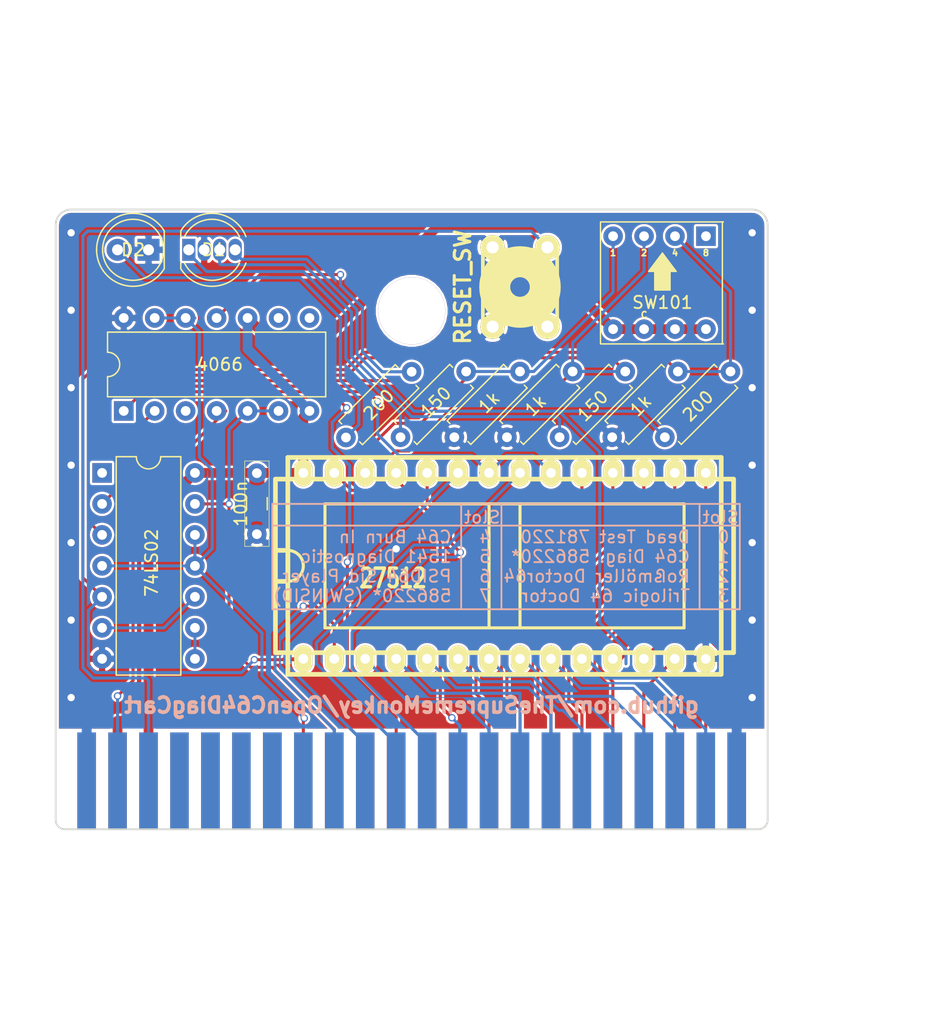
<source format=kicad_pcb>
(kicad_pcb (version 20171130) (host pcbnew "(5.1.10)-1")
  (title_block (title "OpenC64Cart: C64 8K Lo/Hi-Rom Cartridge") (date 2018-01-04) (rev 2) (company SukkoPera))
  (layers (0 F.Cu signal) (31 B.Cu signal) (36 B.SilkS user) (37 F.SilkS user) (38 B.Mask user) (39 F.Mask user) (44 Edge.Cuts user))
  (net 0 "")
  (net 1 GND)
  (net 2 +5V)
  (net 3 "Net-(U1-Pad21)")
  (net 4 "Net-(U1-Pad20)")
  (net 5 "Net-(U1-Pad19)")
  (net 6 "Net-(U1-Pad18)")
  (net 7 "Net-(U1-Pad17)")
  (net 8 "Net-(U1-Pad16)")
  (net 9 "Net-(U1-Pad15)")
  (net 10 "Net-(U1-Pad14)")
  (net 11 "Net-(U1-PadK)")
  (net 12 "Net-(U1-PadL)")
  (net 13 "Net-(U1-PadM)")
  (net 14 "Net-(U1-PadU)")
  (net 15 "Net-(U1-PadV)")
  (net 16 "Net-(U1-PadW)")
  (net 17 "Net-(U1-PadX)")
  (net 18 "Net-(U1-PadY)")
  (net 19 "Net-(U1-PadR)")
  (net 20 "Net-(U1-PadS)")
  (net 21 "Net-(U1-PadT)")
  (net 22 "Net-(U1-PadP)")
  (net 23 "Net-(U1-PadN)")
  (net 24 "Net-(SW1-Pad3)")
  (net 25 /A13)
  (net 26 /A14)
  (net 27 /A15)
  (net 28 "Net-(U1-Pad8)")
  (net 29 "Net-(U1-Pad9)")
  (net 30 "Net-(U1-Pad11)")
  (net 31 "Net-(U102-Pad2)")
  (net 32 "Net-(U101-Pad10)")
  (net 33 "Net-(U1-PadB)")
  (net 34 "Net-(U101-Pad8)")
  (net 35 "Net-(D1-Pad4)")
  (net 36 "Net-(D1-Pad3)")
  (net 37 "Net-(D1-Pad1)")
  (net 38 "Net-(R7-Pad1)")
  (net 39 "Net-(D2-Pad2)")
  (net 40 "Net-(J99-Pad1)")
  (net 41 "Net-(U1-PadE)")
  (net 42 "Net-(U1-PadD)")
  (net 43 "Net-(U1-PadJ)")
  (net 44 "Net-(U1-PadH)")
  (net 45 "Net-(U1-PadF)")
  (net 46 "Net-(U1-Pad12)")
  (net 47 "Net-(U1-Pad13)")
  (net 48 "Net-(U1-Pad10)")
  (net 49 "Net-(U1-Pad7)")
  (net 50 "Net-(U1-Pad6)")
  (net 51 "Net-(U1-Pad5)")
  (net 52 "Net-(U1-Pad4)")
  (net 53 "Net-(U101-Pad1)")
  (net 54 "Net-(U102-Pad3)")
  (net 55 "Net-(U102-Pad9)")
  (net 56 "Net-(U102-Pad8)")
  (net 57 "Net-(SW101-Pad8)")
  (module OpenC64Cart:SW_DIP4-ROTARY-BCD-8or10 (layer F.Cu) (at 104.394 79.756)
    (fp_text reference SW101 (at 5.08 6.604) (layer F.SilkS))
    (fp_text value SW_Coded_SH-7010)
    (fp_text user C (at 3.574 7.62) (layer F.SilkS) (effects (font (size 0.5 0.5) (thickness 0.125))))
    (fp_text user 8 (at 8.654 2.54) (layer F.SilkS) (effects (font (size 0.5 0.5) (thickness 0.125))))
    (fp_text user 4 (at 6.114 2.54) (layer F.SilkS) (effects (font (size 0.5 0.5) (thickness 0.125))))
    (fp_text user 2 (at 3.574 2.54) (layer F.SilkS) (effects (font (size 0.5 0.5) (thickness 0.125))))
    (fp_text user 1 (at 1.034 2.54) (layer F.SilkS) (effects (font (size 0.5 0.5) (thickness 0.125))))
    (pad C thru_hole oval (at 8.654 8.79 270) (size 1.6 1.6) (drill 0.8) (layers *.Cu *.Mask) (net 2 +5V))
    (pad 1 thru_hole oval (at 1.034 1.17 270) (size 1.6 1.6) (drill 0.8) (layers *.Cu *.Mask) (net 25 /A13))
    (pad C thru_hole oval (at 6.114 8.79 270) (size 1.6 1.6) (drill 0.8) (layers *.Cu *.Mask) (net 2 +5V))
    (pad 2 thru_hole oval (at 3.574 1.17 270) (size 1.6 1.6) (drill 0.8) (layers *.Cu *.Mask) (net 26 /A14))
    (pad C thru_hole oval (at 3.574 8.79 270) (size 1.6 1.6) (drill 0.8) (layers *.Cu *.Mask) (net 2 +5V))
    (pad 4 thru_hole oval (at 6.114 1.17 270) (size 1.6 1.6) (drill 0.8) (layers *.Cu *.Mask) (net 27 /A15))
    (pad C thru_hole oval (at 1.034 8.79 270) (size 1.6 1.6) (drill 0.8) (layers *.Cu *.Mask) (net 2 +5V))
    (pad 8 thru_hole rect (at 8.654 1.17 270) (size 1.6 1.6) (drill 0.8) (layers *.Cu *.Mask) (net 57 "Net-(SW101-Pad8)"))
  )
  (module Package_DIP:DIP-14_W7.62mm (layer F.Cu) (at 65.278 95.25 90)
    (fp_text reference U102 hide)
    (fp_text value 4066 (at 3.81 7.874 180) (layer F.SilkS))
    (pad 14 thru_hole oval (at 7.62 0 90) (size 1.6 1.6) (drill 0.8) (layers *.Cu *.Mask) (net 1 GND))
    (pad 7 thru_hole oval (at 0 15.24 90) (size 1.6 1.6) (drill 0.8) (layers *.Cu *.Mask) (net 2 +5V))
    (pad 13 thru_hole oval (at 7.62 2.54 90) (size 1.6 1.6) (drill 0.8) (layers *.Cu *.Mask) (net 28 "Net-(U1-Pad8)"))
    (pad 6 thru_hole oval (at 0 12.7 90) (size 1.6 1.6) (drill 0.8) (layers *.Cu *.Mask) (net 29 "Net-(U1-Pad9)"))
    (pad 12 thru_hole oval (at 7.62 5.08 90) (size 1.6 1.6) (drill 0.8) (layers *.Cu *.Mask) (net 28 "Net-(U1-Pad8)"))
    (pad 5 thru_hole oval (at 0 10.16 90) (size 1.6 1.6) (drill 0.8) (layers *.Cu *.Mask) (net 29 "Net-(U1-Pad9)"))
    (pad 11 thru_hole oval (at 7.62 7.62 90) (size 1.6 1.6) (drill 0.8) (layers *.Cu *.Mask) (net 38 "Net-(R7-Pad1)"))
    (pad 4 thru_hole oval (at 0 7.62 90) (size 1.6 1.6) (drill 0.8) (layers *.Cu *.Mask) (net 33 "Net-(U1-PadB)"))
    (pad 10 thru_hole oval (at 7.62 10.16 90) (size 1.6 1.6) (drill 0.8) (layers *.Cu *.Mask) (net 2 +5V))
    (pad 3 thru_hole oval (at 0 5.08 90) (size 1.6 1.6) (drill 0.8) (layers *.Cu *.Mask) (net 54 "Net-(U102-Pad3)"))
    (pad 9 thru_hole oval (at 7.62 12.7 90) (size 1.6 1.6) (drill 0.8) (layers *.Cu *.Mask) (net 55 "Net-(U102-Pad9)"))
    (pad 2 thru_hole oval (at 0 2.54 90) (size 1.6 1.6) (drill 0.8) (layers *.Cu *.Mask) (net 31 "Net-(U102-Pad2)"))
    (pad 8 thru_hole oval (at 7.62 15.24 90) (size 1.6 1.6) (drill 0.8) (layers *.Cu *.Mask) (net 56 "Net-(U102-Pad8)"))
    (pad 1 thru_hole rect (at 0 0 90) (size 1.6 1.6) (drill 0.8) (layers *.Cu *.Mask) (net 30 "Net-(U1-Pad11)"))
  )
  (module Resistor_THT:R_Axial_DIN0207_L6.3mm_D2.5mm_P7.62mm_Horizontal (layer F.Cu) (at 88.9 92.0392 225)
    (fp_text reference R7 hide)
    (fp_text value 200 (at 3.81 0 45) (layer F.SilkS))
    (pad 1 thru_hole circle (at 0 0 225) (size 1.6 1.6) (drill 0.8) (layers *.Cu *.Mask) (net 38 "Net-(R7-Pad1)"))
    (pad 2 thru_hole oval (at 7.62 0 225) (size 1.6 1.6) (drill 0.8) (layers *.Cu *.Mask) (net 39 "Net-(D2-Pad2)"))
  )
  (module LED_THT:LED_D5.0mm (layer F.Cu) (at 67.31 82.042 180)
    (fp_text reference D2 (at 1.27 0) (layer F.SilkS))
    (fp_text value LED)
    (pad 1 thru_hole rect (at 0 0 180) (size 1.8 1.8) (drill 0.9) (layers *.Cu *.Mask) (net 1 GND))
    (pad 2 thru_hole circle (at 2.54 0 180) (size 1.8 1.8) (drill 0.9) (layers *.Cu *.Mask) (net 39 "Net-(D2-Pad2)"))
  )
  (module LED_THT:LED_D5.0mm-4_RGB (layer F.Cu) (at 70.612 82.042)
    (fp_text reference D1 (at 2.032 0) (layer F.SilkS))
    (fp_text value LED_RCGB)
    (pad 4 thru_hole oval (at 3.81 0) (size 1.07 1.8) (drill 0.9) (layers *.Cu *.Mask) (net 35 "Net-(D1-Pad4)"))
    (pad 3 thru_hole oval (at 2.54 0) (size 1.07 1.8) (drill 0.9) (layers *.Cu *.Mask) (net 36 "Net-(D1-Pad3)"))
    (pad 2 thru_hole oval (at 1.27 0) (size 1.07 1.8) (drill 0.9) (layers *.Cu *.Mask) (net 1 GND))
    (pad 1 thru_hole rect (at 0 0) (size 1.07 1.8) (drill 0.9) (layers *.Cu *.Mask) (net 37 "Net-(D1-Pad1)"))
  )
  (module Resistor_THT:R_Axial_DIN0207_L6.3mm_D2.5mm_P7.62mm_Horizontal (layer F.Cu) (at 115.062 92.018328 225)
    (fp_text reference R3 hide)
    (fp_text value 200 (at 3.875616 -0.108764 45) (layer F.SilkS))
    (pad 1 thru_hole circle (at 0 0 225) (size 1.6 1.6) (drill 0.8) (layers *.Cu *.Mask) (net 27 /A15))
    (pad 2 thru_hole oval (at 7.62 0 225) (size 1.6 1.6) (drill 0.8) (layers *.Cu *.Mask) (net 35 "Net-(D1-Pad4)"))
  )
  (module Resistor_THT:R_Axial_DIN0207_L6.3mm_D2.5mm_P7.62mm_Horizontal (layer F.Cu) (at 106.426 92.018328 225)
    (fp_text reference R2 hide)
    (fp_text value 150 (at 3.875616 -0.108764 45) (layer F.SilkS))
    (pad 1 thru_hole circle (at 0 0 225) (size 1.6 1.6) (drill 0.8) (layers *.Cu *.Mask) (net 26 /A14))
    (pad 2 thru_hole oval (at 7.62 0 225) (size 1.6 1.6) (drill 0.8) (layers *.Cu *.Mask) (net 36 "Net-(D1-Pad3)"))
  )
  (module Resistor_THT:R_Axial_DIN0207_L6.3mm_D2.5mm_P7.62mm_Horizontal (layer F.Cu) (at 93.373152 92.018328 225)
    (fp_text reference R1 hide)
    (fp_text value 150 (at 3.528645 -0.015793 45) (layer F.SilkS))
    (pad 1 thru_hole circle (at 0 0 225) (size 1.6 1.6) (drill 0.8) (layers *.Cu *.Mask) (net 25 /A13))
    (pad 2 thru_hole oval (at 7.62 0 225) (size 1.6 1.6) (drill 0.8) (layers *.Cu *.Mask) (net 37 "Net-(D1-Pad1)"))
  )
  (module OpenC64Cart:C64_PEG_HOLE (layer F.Cu) (at 88.9 87.04)
    (fp_text reference J99 hide)
    (fp_text value PEG_HOLE hide)
    (pad 1 thru_hole circle (at 0 0) (size 5.5 5.5) (drill 5.5) (layers *.Cu *.Mask) (net 40 "Net-(J99-Pad1)"))
  )
  (module Package_DIP:DIP-14_W7.62mm (layer F.Cu) (at 63.5 100.33)
    (fp_text reference U101 hide)
    (fp_text value 74LS02 (at 4.064 7.366 90) (layer F.SilkS))
    (pad 1 thru_hole rect (at 0 0) (size 1.6 1.6) (drill 0.8) (layers *.Cu *.Mask) (net 53 "Net-(U101-Pad1)"))
    (pad 8 thru_hole oval (at 7.62 15.24) (size 1.6 1.6) (drill 0.8) (layers *.Cu *.Mask) (net 34 "Net-(U101-Pad8)"))
    (pad 2 thru_hole oval (at 0 2.54) (size 1.6 1.6) (drill 0.8) (layers *.Cu *.Mask) (net 25 /A13))
    (pad 9 thru_hole oval (at 7.62 12.7) (size 1.6 1.6) (drill 0.8) (layers *.Cu *.Mask) (net 34 "Net-(U101-Pad8)"))
    (pad 3 thru_hole oval (at 0 5.08) (size 1.6 1.6) (drill 0.8) (layers *.Cu *.Mask) (net 26 /A14))
    (pad 10 thru_hole oval (at 7.62 10.16) (size 1.6 1.6) (drill 0.8) (layers *.Cu *.Mask) (net 32 "Net-(U101-Pad10)"))
    (pad 4 thru_hole oval (at 0 7.62) (size 1.6 1.6) (drill 0.8) (layers *.Cu *.Mask) (net 28 "Net-(U1-Pad8)"))
    (pad 11 thru_hole oval (at 7.62 7.62) (size 1.6 1.6) (drill 0.8) (layers *.Cu *.Mask) (net 28 "Net-(U1-Pad8)"))
    (pad 5 thru_hole oval (at 0 10.16) (size 1.6 1.6) (drill 0.8) (layers *.Cu *.Mask) (net 27 /A15))
    (pad 12 thru_hole oval (at 7.62 5.08) (size 1.6 1.6) (drill 0.8) (layers *.Cu *.Mask) (net 28 "Net-(U1-Pad8)"))
    (pad 6 thru_hole oval (at 0 12.7) (size 1.6 1.6) (drill 0.8) (layers *.Cu *.Mask) (net 32 "Net-(U101-Pad10)"))
    (pad 13 thru_hole oval (at 7.62 2.54) (size 1.6 1.6) (drill 0.8) (layers *.Cu *.Mask) (net 29 "Net-(U1-Pad9)"))
    (pad 7 thru_hole oval (at 0 15.24) (size 1.6 1.6) (drill 0.8) (layers *.Cu *.Mask) (net 1 GND))
    (pad 14 thru_hole oval (at 7.62 0) (size 1.6 1.6) (drill 0.8) (layers *.Cu *.Mask) (net 2 +5V))
  )
  (module Resistor_THT:R_Axial_DIN0207_L6.3mm_D2.5mm_P7.62mm_Horizontal (layer F.Cu) (at 97.79 92.018328 225)
    (fp_text reference R6 hide)
    (fp_text value 1k (at 3.592102 0 45) (layer F.SilkS))
    (pad 2 thru_hole oval (at 7.62 0 225) (size 1.6 1.6) (drill 0.8) (layers *.Cu *.Mask) (net 1 GND))
    (pad 1 thru_hole circle (at 0 0 225) (size 1.6 1.6) (drill 0.8) (layers *.Cu *.Mask) (net 25 /A13))
  )
  (module Resistor_THT:R_Axial_DIN0207_L6.3mm_D2.5mm_P7.62mm_Horizontal (layer F.Cu) (at 102.108 92.018328 225)
    (fp_text reference R5)
    (fp_text value 1k (at 4.130918 0.179605 45) (layer F.SilkS))
    (pad 2 thru_hole oval (at 7.62 0 225) (size 1.6 1.6) (drill 0.8) (layers *.Cu *.Mask) (net 1 GND))
    (pad 1 thru_hole circle (at 0 0 225) (size 1.6 1.6) (drill 0.8) (layers *.Cu *.Mask) (net 26 /A14))
  )
  (module Resistor_THT:R_Axial_DIN0207_L6.3mm_D2.5mm_P7.62mm_Horizontal (layer F.Cu) (at 110.744 92.018328 225)
    (fp_text reference R4 hide)
    (fp_text value 1k (at 4.130918 0.179605 45) (layer F.SilkS))
    (pad 2 thru_hole oval (at 7.62 0 225) (size 1.6 1.6) (drill 0.8) (layers *.Cu *.Mask) (net 1 GND))
    (pad 1 thru_hole circle (at 0 0 225) (size 1.6 1.6) (drill 0.8) (layers *.Cu *.Mask) (net 27 /A15))
  )
  (module w_pth_circuits:dil_28-600_socket (layer F.Cu) (at 96.52 107.95)
    (fp_text reference U2 hide)
    (fp_text value 27512 (at -9.144 1.016) (layer F.SilkS) (effects (font (size 1.524 1.143) (thickness 0.28575))))
    (pad 1 thru_hole oval (at -16.51 7.62) (size 1.50114 2.19964) (drill 0.8001) (layers *.Cu *.Mask F.SilkS) (net 27 /A15))
    (pad 2 thru_hole oval (at -13.97 7.62) (size 1.50114 2.19964) (drill 0.8001) (layers *.Cu *.Mask F.SilkS) (net 11 "Net-(U1-PadK)"))
    (pad 3 thru_hole oval (at -11.43 7.62) (size 1.50114 2.19964) (drill 0.8001) (layers *.Cu *.Mask F.SilkS) (net 19 "Net-(U1-PadR)"))
    (pad 4 thru_hole oval (at -8.89 7.62) (size 1.50114 2.19964) (drill 0.8001) (layers *.Cu *.Mask F.SilkS) (net 20 "Net-(U1-PadS)"))
    (pad 5 thru_hole oval (at -6.35 7.62) (size 1.50114 2.19964) (drill 0.8001) (layers *.Cu *.Mask F.SilkS) (net 21 "Net-(U1-PadT)"))
    (pad 6 thru_hole oval (at -3.81 7.62) (size 1.50114 2.19964) (drill 0.8001) (layers *.Cu *.Mask F.SilkS) (net 14 "Net-(U1-PadU)"))
    (pad 7 thru_hole oval (at -1.27 7.62) (size 1.50114 2.19964) (drill 0.8001) (layers *.Cu *.Mask F.SilkS) (net 15 "Net-(U1-PadV)"))
    (pad 8 thru_hole oval (at 1.27 7.62) (size 1.50114 2.19964) (drill 0.8001) (layers *.Cu *.Mask F.SilkS) (net 16 "Net-(U1-PadW)"))
    (pad 9 thru_hole oval (at 3.81 7.62) (size 1.50114 2.19964) (drill 0.8001) (layers *.Cu *.Mask F.SilkS) (net 17 "Net-(U1-PadX)"))
    (pad 10 thru_hole oval (at 6.35 7.62) (size 1.50114 2.19964) (drill 0.8001) (layers *.Cu *.Mask F.SilkS) (net 18 "Net-(U1-PadY)"))
    (pad 11 thru_hole oval (at 8.89 7.62) (size 1.50114 2.19964) (drill 0.8001) (layers *.Cu *.Mask F.SilkS) (net 3 "Net-(U1-Pad21)"))
    (pad 12 thru_hole oval (at 11.43 7.62) (size 1.50114 2.19964) (drill 0.8001) (layers *.Cu *.Mask F.SilkS) (net 4 "Net-(U1-Pad20)"))
    (pad 13 thru_hole oval (at 13.97 7.62) (size 1.50114 2.19964) (drill 0.8001) (layers *.Cu *.Mask F.SilkS) (net 5 "Net-(U1-Pad19)"))
    (pad 14 thru_hole oval (at 16.51 7.62) (size 1.50114 2.19964) (drill 0.8001) (layers *.Cu *.Mask F.SilkS) (net 1 GND))
    (pad 15 thru_hole oval (at 16.51 -7.62) (size 1.50114 2.19964) (drill 0.8001) (layers *.Cu *.Mask F.SilkS) (net 6 "Net-(U1-Pad18)"))
    (pad 16 thru_hole oval (at 13.97 -7.62) (size 1.50114 2.19964) (drill 0.8001) (layers *.Cu *.Mask F.SilkS) (net 7 "Net-(U1-Pad17)"))
    (pad 17 thru_hole oval (at 11.43 -7.62) (size 1.50114 2.19964) (drill 0.8001) (layers *.Cu *.Mask F.SilkS) (net 8 "Net-(U1-Pad16)"))
    (pad 18 thru_hole oval (at 8.89 -7.62) (size 1.50114 2.19964) (drill 0.8001) (layers *.Cu *.Mask F.SilkS) (net 9 "Net-(U1-Pad15)"))
    (pad 19 thru_hole oval (at 6.35 -7.62) (size 1.50114 2.19964) (drill 0.8001) (layers *.Cu *.Mask F.SilkS) (net 10 "Net-(U1-Pad14)"))
    (pad 20 thru_hole oval (at 3.81 -7.62) (size 1.50114 2.19964) (drill 0.8001) (layers *.Cu *.Mask F.SilkS) (net 31 "Net-(U102-Pad2)"))
    (pad 21 thru_hole oval (at 1.27 -7.62) (size 1.50114 2.19964) (drill 0.8001) (layers *.Cu *.Mask F.SilkS) (net 13 "Net-(U1-PadM)"))
    (pad 22 thru_hole oval (at -1.27 -7.62) (size 1.50114 2.19964) (drill 0.8001) (layers *.Cu *.Mask F.SilkS) (net 31 "Net-(U102-Pad2)"))
    (pad 23 thru_hole oval (at -3.81 -7.62) (size 1.50114 2.19964) (drill 0.8001) (layers *.Cu *.Mask F.SilkS) (net 12 "Net-(U1-PadL)"))
    (pad 24 thru_hole oval (at -6.35 -7.62) (size 1.50114 2.19964) (drill 0.8001) (layers *.Cu *.Mask F.SilkS) (net 23 "Net-(U1-PadN)"))
    (pad 25 thru_hole oval (at -8.89 -7.62) (size 1.50114 2.19964) (drill 0.8001) (layers *.Cu *.Mask F.SilkS) (net 22 "Net-(U1-PadP)"))
    (pad 26 thru_hole oval (at -11.43 -7.62) (size 1.50114 2.19964) (drill 0.8001) (layers *.Cu *.Mask F.SilkS) (net 25 /A13))
    (pad 27 thru_hole oval (at -13.97 -7.62) (size 1.50114 2.19964) (drill 0.8001) (layers *.Cu *.Mask F.SilkS) (net 26 /A14))
    (pad 28 thru_hole oval (at -16.51 -7.62) (size 1.50114 2.19964) (drill 0.8001) (layers *.Cu *.Mask F.SilkS) (net 2 +5V))
  )
  (module OpenC64Cart:C_0805+THT (layer F.Cu) (at 76.2 102.85 90)
    (fp_text reference C1 hide)
    (fp_text value 100n (at 0 -1.32 90) (layer F.SilkS))
    (pad 1 smd rect (at -1.25 0 90) (size 1.5 1.25) (layers F.Cu F.Mask) (net 1 GND))
    (pad 2 smd rect (at 1.25 0 90) (size 1.5 1.25) (layers F.Cu F.Mask) (net 2 +5V))
    (pad 1 thru_hole circle (at -2.5 0 90) (size 1.6 1.6) (drill 0.8) (layers *.Cu *.Mask) (net 1 GND))
    (pad 2 thru_hole circle (at 2.5 0 90) (size 1.6 1.6) (drill 0.8) (layers *.Cu *.Mask) (net 2 +5V))
  )
  (module OpenC64Cart:PCB_PUSH (layer F.Cu) (at 97.79 85.09)
    (fp_text reference SW1 hide)
    (fp_text value RESET_SW (at -4.699 0 -270) (layer F.SilkS) (effects (font (size 1.27 1.27) (thickness 0.254))))
    (pad 1 thru_hole circle (at -2.25044 -3.2512) (size 1.99898 1.99898) (drill 1.00076) (layers *.Cu *.Mask F.SilkS) (net 1 GND))
    (pad 2 thru_hole circle (at -2.25044 3.2512) (size 1.99898 1.99898) (drill 1.00076) (layers *.Cu *.Mask F.SilkS) (net 1 GND))
    (pad 4 thru_hole circle (at 2.25044 -3.2512) (size 1.99898 1.99898) (drill 1.00076) (layers *.Cu *.Mask F.SilkS) (net 24 "Net-(SW1-Pad3)"))
    (pad 3 thru_hole circle (at 2.25044 3.2512) (size 1.99898 1.99898) (drill 1.00076) (layers *.Cu *.Mask F.SilkS) (net 24 "Net-(SW1-Pad3)"))
  )
  (module OpenC64Cart:C64-Cart (layer F.Cu) (at 59.69 129.54)
    (fp_text reference U1 hide)
    (fp_text value C64-Exp-Port hide)
    (pad N smd rect (at 30.48 -3.938274) (size 1.524 8) (layers B.Cu B.Mask) (net 23 "Net-(U1-PadN)"))
    (pad P smd rect (at 33.02 -3.938274) (size 1.524 8) (layers B.Cu B.Mask) (net 22 "Net-(U1-PadP)"))
    (pad T smd rect (at 40.64 -3.938274) (size 1.524 8) (layers B.Cu B.Mask) (net 21 "Net-(U1-PadT)"))
    (pad S smd rect (at 38.1 -3.938274) (size 1.524 8) (layers B.Cu B.Mask) (net 20 "Net-(U1-PadS)"))
    (pad R smd rect (at 35.56 -3.938274) (size 1.524 8) (layers B.Cu B.Mask) (net 19 "Net-(U1-PadR)"))
    (pad Z smd rect (at 55.88 -3.938274) (size 1.524 8) (layers B.Cu B.Mask) (net 1 GND))
    (pad Y smd rect (at 53.34 -3.938274) (size 1.524 8) (layers B.Cu B.Mask) (net 18 "Net-(U1-PadY)"))
    (pad X smd rect (at 50.8 -3.938274) (size 1.524 8) (layers B.Cu B.Mask) (net 17 "Net-(U1-PadX)"))
    (pad W smd rect (at 48.26 -3.938274) (size 1.524 8) (layers B.Cu B.Mask) (net 16 "Net-(U1-PadW)"))
    (pad V smd rect (at 45.72 -3.938274) (size 1.524 8) (layers B.Cu B.Mask) (net 15 "Net-(U1-PadV)"))
    (pad U smd rect (at 43.18 -3.938274) (size 1.524 8) (layers B.Cu B.Mask) (net 14 "Net-(U1-PadU)"))
    (pad A smd rect (at 2.54 -3.938274) (size 1.524 8) (layers B.Cu B.Mask) (net 1 GND))
    (pad E smd rect (at 12.7 -3.938274) (size 1.524 8) (layers B.Cu B.Mask) (net 41 "Net-(U1-PadE)"))
    (pad D smd rect (at 10.16 -3.938274) (size 1.524 8) (layers B.Cu B.Mask) (net 42 "Net-(U1-PadD)"))
    (pad C smd rect (at 7.62 -3.938274) (size 1.524 8) (layers B.Cu B.Mask) (net 24 "Net-(SW1-Pad3)"))
    (pad B smd rect (at 5.08 -3.938274) (size 1.524 8) (layers B.Cu B.Mask) (net 33 "Net-(U1-PadB)"))
    (pad M smd rect (at 27.94 -3.938274) (size 1.524 8) (layers B.Cu B.Mask) (net 13 "Net-(U1-PadM)"))
    (pad L smd rect (at 25.4 -3.938274) (size 1.524 8) (layers B.Cu B.Mask) (net 12 "Net-(U1-PadL)"))
    (pad K smd rect (at 22.86 -3.938274) (size 1.524 8) (layers B.Cu B.Mask) (net 11 "Net-(U1-PadK)"))
    (pad J smd rect (at 20.32 -3.938274) (size 1.524 8) (layers B.Cu B.Mask) (net 43 "Net-(U1-PadJ)"))
    (pad H smd rect (at 17.78 -3.938274) (size 1.524 8) (layers B.Cu B.Mask) (net 44 "Net-(U1-PadH)"))
    (pad F smd rect (at 15.24 -3.938274) (size 1.524 8) (layers B.Cu B.Mask) (net 45 "Net-(U1-PadF)"))
    (pad 22 smd rect (at 55.88 -3.938274 180) (size 1.524 8) (layers F.Cu F.Mask) (net 1 GND))
    (pad 21 smd rect (at 53.34 -3.938274 180) (size 1.524 8) (layers F.Cu F.Mask) (net 3 "Net-(U1-Pad21)"))
    (pad 20 smd rect (at 50.8 -3.938274 180) (size 1.524 8) (layers F.Cu F.Mask) (net 4 "Net-(U1-Pad20)"))
    (pad 19 smd rect (at 48.26 -3.938274 180) (size 1.524 8) (layers F.Cu F.Mask) (net 5 "Net-(U1-Pad19)"))
    (pad 18 smd rect (at 45.72 -3.938274 180) (size 1.524 8) (layers F.Cu F.Mask) (net 6 "Net-(U1-Pad18)"))
    (pad 17 smd rect (at 43.18 -3.938274 180) (size 1.524 8) (layers F.Cu F.Mask) (net 7 "Net-(U1-Pad17)"))
    (pad 16 smd rect (at 40.64 -3.938274 180) (size 1.524 8) (layers F.Cu F.Mask) (net 8 "Net-(U1-Pad16)"))
    (pad 15 smd rect (at 38.1 -3.938274 180) (size 1.524 8) (layers F.Cu F.Mask) (net 9 "Net-(U1-Pad15)"))
    (pad 3 smd rect (at 7.62 -3.938274 180) (size 1.524 8) (layers F.Cu F.Mask) (net 2 +5V))
    (pad 2 smd rect (at 5.08 -3.938274 180) (size 1.524 8) (layers F.Cu F.Mask) (net 2 +5V))
    (pad 12 smd rect (at 30.48 -3.938274 180) (size 1.524 8) (layers F.Cu F.Mask) (net 46 "Net-(U1-Pad12)"))
    (pad 14 smd rect (at 35.56 -3.938274 180) (size 1.524 8) (layers F.Cu F.Mask) (net 10 "Net-(U1-Pad14)"))
    (pad 13 smd rect (at 33.02 -3.938274 180) (size 1.524 8) (layers F.Cu F.Mask) (net 47 "Net-(U1-Pad13)"))
    (pad 11 smd rect (at 27.94 -3.938274 180) (size 1.524 8) (layers F.Cu F.Mask) (net 30 "Net-(U1-Pad11)"))
    (pad 10 smd rect (at 25.4 -3.938274 180) (size 1.524 8) (layers F.Cu F.Mask) (net 48 "Net-(U1-Pad10)"))
    (pad 9 smd rect (at 22.86 -3.938274 180) (size 1.524 8) (layers F.Cu F.Mask) (net 29 "Net-(U1-Pad9)"))
    (pad 8 smd rect (at 20.32 -3.938274 180) (size 1.524 8) (layers F.Cu F.Mask) (net 28 "Net-(U1-Pad8)"))
    (pad 7 smd rect (at 17.78 -3.938274 180) (size 1.524 8) (layers F.Cu F.Mask) (net 49 "Net-(U1-Pad7)"))
    (pad 6 smd rect (at 15.24 -3.938274 180) (size 1.524 8) (layers F.Cu F.Mask) (net 50 "Net-(U1-Pad6)"))
    (pad 5 smd rect (at 12.7 -3.938274 180) (size 1.524 8) (layers F.Cu F.Mask) (net 51 "Net-(U1-Pad5)"))
    (pad 4 smd rect (at 10.16 -3.938274 180) (size 1.524 8) (layers F.Cu F.Mask) (net 52 "Net-(U1-Pad4)"))
    (pad 1 smd rect (at 2.54 -3.938274 180) (size 1.524 8) (layers F.Cu F.Mask) (net 1 GND))
  )
  (gr_line (start 92.964 102.87) (end 92.964 111.506) (layer B.SilkS) (width 0.15))
  (gr_line (start 112.522 102.87) (end 112.522 111.506) (layer B.SilkS) (width 0.15))
  (gr_text " Slot\n  4   C64 Burn In\n  5   1541 Diagnostic\n  6   PSID64 Sid Player\n  7   586220* (SWINSID)" (at 97.028 107.188) (layer B.SilkS) (effects (font (size 1 1)) (justify left mirror)))
  (gr_line (start 96.266 102.87) (end 96.266 111.506) (layer B.SilkS) (width 0.15))
  (gr_line (start 115.824 104.648) (end 77.47 104.648) (layer B.SilkS) (width 0.15))
  (gr_text "Slot\n 0   Dead Test 781220\n 1   C64 Diag. 586220*\n 2   Roßmöller Doctor64\n 3   Trilogic 64 Doctor" (at 115.824 107.188) (layer B.SilkS) (effects (font (size 1 1)) (justify left mirror)))
  (gr_line (start 77.47 111.506) (end 77.47 102.87) (layer B.SilkS) (width 0.15))
  (gr_line (start 115.824 111.506) (end 77.47 111.506) (layer B.SilkS) (width 0.15))
  (gr_line (start 115.824 102.87) (end 115.824 111.506) (layer B.SilkS) (width 0.15))
  (gr_line (start 77.47 102.87) (end 115.824 102.87) (layer B.SilkS) (width 0.15))
  (gr_arc (start 60.96 80.01) (end 59.69 80.01) (angle 90) (layer Edge.Cuts) (width 0.15))
  (gr_arc (start 116.84 80.01) (end 116.84 78.74) (angle 90) (layer Edge.Cuts) (width 0.15))
  (gr_arc (start 117.348 128.778) (end 118.11 128.778) (angle 90) (layer Edge.Cuts) (width 0.15))
  (gr_arc (start 60.452 128.778) (end 60.452 129.54) (angle 90) (layer Edge.Cuts) (width 0.15))
  (gr_text github.com/TheSupremeMonkey/OpenC64DiagCart (at 88.9 119.38) (layer B.SilkS) (effects (font (size 1.25 1.25) (thickness 0.3)) (justify mirror)))
  (gr_line (start 59.69 128.778) (end 59.69 80.01) (layer Edge.Cuts) (width 0.15))
  (gr_line (start 117.348 129.54) (end 60.452 129.54) (layer Edge.Cuts) (width 0.15))
  (gr_line (start 118.11 80.01) (end 118.11 128.778) (layer Edge.Cuts) (width 0.15))
  (gr_line (start 60.96 78.74) (end 116.84 78.74) (layer Edge.Cuts) (width 0.15))
  (segment (start 72.644 90.932) (end 73.68204 90.932) (width 0.25) (layer F.Cu) (net 0))
  (via (at 87.63 106.553) (size 0.8) (drill 0.6) (layers F.Cu B.Cu) (net 1))
  (segment (start 116.84 86.995) (end 116.84 80.645) (width 0.8) (layer B.Cu) (net 1))
  (via (at 116.84 80.645) (size 0.8) (drill 0.6) (layers F.Cu B.Cu) (net 1))
  (segment (start 116.84 93.345) (end 116.84 86.995) (width 0.8) (layer F.Cu) (net 1))
  (via (at 116.84 86.995) (size 0.8) (drill 0.6) (layers F.Cu B.Cu) (net 1))
  (segment (start 116.84 99.695) (end 116.84 93.345) (width 0.8) (layer B.Cu) (net 1))
  (via (at 116.84 93.345) (size 0.8) (drill 0.6) (layers F.Cu B.Cu) (net 1))
  (segment (start 60.96 86.995) (end 60.96 80.645) (width 0.8) (layer F.Cu) (net 1))
  (via (at 60.96 80.645) (size 0.8) (drill 0.6) (layers F.Cu B.Cu) (net 1))
  (segment (start 60.96 93.345) (end 60.96 86.995) (width 0.8) (layer B.Cu) (net 1))
  (via (at 60.96 86.995) (size 0.8) (drill 0.6) (layers F.Cu B.Cu) (net 1))
  (segment (start 60.96 99.695) (end 60.96 93.345) (width 0.8) (layer F.Cu) (net 1))
  (via (at 60.96 93.345) (size 0.8) (drill 0.6) (layers F.Cu B.Cu) (net 1))
  (segment (start 116.84 118.745) (end 115.57 120.015) (width 0.8) (layer B.Cu) (net 1))
  (segment (start 115.57 120.015) (end 115.57 125.601726) (width 0.8) (layer B.Cu) (net 1))
  (segment (start 60.96 118.745) (end 62.23 120.015) (width 0.8) (layer B.Cu) (net 1))
  (segment (start 62.23 120.015) (end 62.23 125.601726) (width 0.8) (layer B.Cu) (net 1))
  (segment (start 116.84 106.68) (end 116.84 106.045) (width 0.8) (layer F.Cu) (net 1))
  (segment (start 116.84 106.045) (end 116.84 99.695) (width 0.8) (layer B.Cu) (net 1))
  (via (at 116.84 99.695) (size 0.8) (drill 0.6) (layers F.Cu B.Cu) (net 1))
  (segment (start 116.84 112.395) (end 116.84 106.68) (width 0.8) (layer F.Cu) (net 1))
  (via (at 116.84 106.045) (size 0.8) (drill 0.6) (layers F.Cu B.Cu) (net 1))
  (via (at 116.84 112.395) (size 0.8) (drill 0.6) (layers F.Cu B.Cu) (net 1))
  (segment (start 116.84 118.179315) (end 116.84 112.395) (width 0.8) (layer B.Cu) (net 1))
  (segment (start 116.84 118.745) (end 116.84 118.179315) (width 0.8) (layer B.Cu) (net 1))
  (segment (start 115.57 120.801726) (end 115.57 120.015) (width 0.8) (layer F.Cu) (net 1))
  (segment (start 116.84 118.745) (end 115.57 120.015) (width 0.8) (layer F.Cu) (net 1))
  (via (at 116.84 118.745) (size 0.8) (drill 0.6) (layers F.Cu B.Cu) (net 1))
  (segment (start 115.57 125.601726) (end 115.57 120.801726) (width 0.8) (layer F.Cu) (net 1))
  (segment (start 60.96 106.045) (end 60.96 99.695) (width 0.8) (layer B.Cu) (net 1))
  (via (at 60.96 99.695) (size 0.8) (drill 0.6) (layers F.Cu B.Cu) (net 1))
  (segment (start 60.96 112.395) (end 60.96 106.045) (width 0.8) (layer F.Cu) (net 1))
  (via (at 60.96 106.045) (size 0.8) (drill 0.6) (layers F.Cu B.Cu) (net 1))
  (segment (start 60.96 118.745) (end 60.96 112.395) (width 0.8) (layer B.Cu) (net 1))
  (via (at 60.96 112.395) (size 0.8) (drill 0.6) (layers F.Cu B.Cu) (net 1))
  (segment (start 62.23 120.015) (end 60.96 118.745) (width 0.8) (layer F.Cu) (net 1))
  (segment (start 62.23 125.601726) (end 62.23 120.015) (width 0.8) (layer F.Cu) (net 1))
  (segment (start 76.2 105.35) (end 76.2 104.1) (width 0.8) (layer F.Cu) (net 1))
  (via (at 60.96 118.745) (size 0.8) (drill 0.6) (layers F.Cu B.Cu) (net 1))
  (segment (start 64.77 125.601726) (end 64.77 120.65) (width 0.8) (layer F.Cu) (net 2))
  (segment (start 64.77 120.65) (end 67.31 120.65) (width 0.8) (layer F.Cu) (net 2))
  (segment (start 67.31 120.65) (end 67.31 125.601726) (width 0.8) (layer F.Cu) (net 2))
  (segment (start 80.01 100.33) (end 76.22 100.33) (width 0.8) (layer F.Cu) (net 2))
  (segment (start 76.2 101.6) (end 76.2 100.35) (width 0.8) (layer F.Cu) (net 2))
  (segment (start 71.12 100.33) (end 76.18 100.33) (width 0.8) (layer F.Cu) (net 2))
  (segment (start 67.31 120.65) (end 67.31 104.14) (width 0.8) (layer F.Cu) (net 2))
  (segment (start 67.31 104.14) (end 71.12 100.33) (width 0.8) (layer F.Cu) (net 2))
  (segment (start 75.438 90.17) (end 80.518 95.25) (width 0.8) (layer B.Cu) (net 2))
  (segment (start 75.438 87.63) (end 75.438 90.17) (width 0.8) (layer B.Cu) (net 2))
  (segment (start 80.01 95.758) (end 80.518 95.25) (width 0.8) (layer F.Cu) (net 2))
  (segment (start 80.01 100.33) (end 80.01 95.758) (width 0.8) (layer F.Cu) (net 2))
  (segment (start 82.116617 89.030001) (end 90.907309 80.239309) (width 0.8) (layer F.Cu) (net 2))
  (segment (start 76.838001 89.030001) (end 82.116617 89.030001) (width 0.8) (layer F.Cu) (net 2))
  (segment (start 75.438 87.63) (end 76.838001 89.030001) (width 0.8) (layer F.Cu) (net 2))
  (segment (start 113.048 88.546) (end 110.508 88.546) (width 0.8) (layer F.Cu) (net 2))
  (segment (start 110.508 88.546) (end 107.968 88.546) (width 0.8) (layer F.Cu) (net 2))
  (segment (start 107.968 88.546) (end 105.428 88.546) (width 0.8) (layer F.Cu) (net 2))
  (segment (start 105.428 88.546) (end 103.378 86.496) (width 0.8) (layer F.Cu) (net 2))
  (segment (start 103.378 82.296) (end 101.321309 80.239309) (width 0.8) (layer F.Cu) (net 2))
  (segment (start 103.378 86.496) (end 103.378 82.296) (width 0.8) (layer F.Cu) (net 2))
  (segment (start 90.907309 80.239309) (end 101.321309 80.239309) (width 0.8) (layer F.Cu) (net 2))
  (segment (start 105.41 115.57) (end 105.41 116.239651) (width 0.25) (layer F.Cu) (net 3))
  (segment (start 113.025509 113.69516) (end 114.10558 114.775231) (width 0.25) (layer F.Cu) (net 3))
  (segment (start 107.954491 113.69516) (end 113.025509 113.69516) (width 0.25) (layer F.Cu) (net 3))
  (segment (start 106.079651 115.57) (end 107.954491 113.69516) (width 0.25) (layer F.Cu) (net 3))
  (segment (start 105.41 115.57) (end 106.079651 115.57) (width 0.25) (layer F.Cu) (net 3))
  (segment (start 113.03 119.634) (end 114.10558 118.55842) (width 0.25) (layer F.Cu) (net 3))
  (segment (start 113.03 125.601726) (end 113.03 119.634) (width 0.25) (layer F.Cu) (net 3))
  (segment (start 114.10558 114.775231) (end 114.10558 118.55842) (width 0.25) (layer F.Cu) (net 3))
  (segment (start 110.935519 114.14517) (end 111.56558 114.775231) (width 0.25) (layer F.Cu) (net 4))
  (segment (start 109.37483 114.14517) (end 110.935519 114.14517) (width 0.25) (layer F.Cu) (net 4))
  (segment (start 107.95 115.57) (end 109.37483 114.14517) (width 0.25) (layer F.Cu) (net 4))
  (segment (start 110.49 118.99116) (end 111.56558 117.91558) (width 0.25) (layer F.Cu) (net 4))
  (segment (start 110.49 125.601726) (end 110.49 118.99116) (width 0.25) (layer F.Cu) (net 4))
  (segment (start 111.56558 114.775231) (end 111.56558 117.91558) (width 0.25) (layer F.Cu) (net 4))
  (segment (start 107.95 118.11) (end 107.95 125.601726) (width 0.25) (layer F.Cu) (net 5))
  (segment (start 110.49 115.57) (end 107.95 118.11) (width 0.25) (layer F.Cu) (net 5))
  (segment (start 113.03 105.918) (end 113.03 100.33) (width 0.25) (layer F.Cu) (net 6))
  (segment (start 104.33442 114.61358) (end 113.03 105.918) (width 0.25) (layer F.Cu) (net 6))
  (segment (start 104.33442 116.38442) (end 104.33442 114.61358) (width 0.25) (layer F.Cu) (net 6))
  (segment (start 105.41 117.46) (end 104.33442 116.38442) (width 0.25) (layer F.Cu) (net 6))
  (segment (start 105.41 125.601726) (end 105.41 117.46) (width 0.25) (layer F.Cu) (net 6))
  (segment (start 110.49 105.664) (end 110.49 100.33) (width 0.25) (layer F.Cu) (net 7))
  (segment (start 101.79442 114.35958) (end 110.49 105.664) (width 0.25) (layer F.Cu) (net 7))
  (segment (start 101.79442 118.93158) (end 101.79442 114.35958) (width 0.25) (layer F.Cu) (net 7))
  (segment (start 102.87 120.00716) (end 101.79442 118.93158) (width 0.25) (layer F.Cu) (net 7))
  (segment (start 102.87 125.601726) (end 102.87 120.00716) (width 0.25) (layer F.Cu) (net 7))
  (segment (start 107.95 106.079651) (end 99.25442 114.775231) (width 0.25) (layer F.Cu) (net 8))
  (segment (start 107.95 100.33) (end 107.95 106.079651) (width 0.25) (layer F.Cu) (net 8))
  (segment (start 100.33 120.142) (end 99.25442 119.06642) (width 0.25) (layer F.Cu) (net 8))
  (segment (start 100.33 125.601726) (end 100.33 120.142) (width 0.25) (layer F.Cu) (net 8))
  (segment (start 99.25442 114.775231) (end 99.25442 119.06642) (width 0.25) (layer F.Cu) (net 8))
  (segment (start 105.41 100.33) (end 105.41 106.07965) (width 0.25) (layer F.Cu) (net 9))
  (segment (start 102.369825 109.119825) (end 102.749651 108.74) (width 0.25) (layer F.Cu) (net 9))
  (segment (start 105.41 106.07965) (end 102.369825 109.119825) (width 0.25) (layer F.Cu) (net 9))
  (segment (start 96.71442 114.775231) (end 102.369825 109.119825) (width 0.25) (layer F.Cu) (net 9))
  (segment (start 97.79 119.634) (end 96.71442 118.55842) (width 0.25) (layer F.Cu) (net 9))
  (segment (start 97.79 125.601726) (end 97.79 119.634) (width 0.25) (layer F.Cu) (net 9))
  (segment (start 96.71442 118.55842) (end 96.71442 114.775231) (width 0.25) (layer F.Cu) (net 9))
  (segment (start 102.87 100.33) (end 102.87 106.079652) (width 0.25) (layer F.Cu) (net 10))
  (segment (start 100.149826 108.799826) (end 100.309651 108.64) (width 0.25) (layer F.Cu) (net 10))
  (segment (start 102.87 106.079652) (end 100.149826 108.799826) (width 0.25) (layer F.Cu) (net 10))
  (segment (start 94.17442 114.775231) (end 100.149826 108.799826) (width 0.25) (layer F.Cu) (net 10))
  (segment (start 95.25 119.49916) (end 94.17442 118.42358) (width 0.25) (layer F.Cu) (net 10))
  (segment (start 95.25 125.601726) (end 95.25 119.49916) (width 0.25) (layer F.Cu) (net 10))
  (segment (start 94.17442 118.42358) (end 94.17442 114.775231) (width 0.25) (layer F.Cu) (net 10))
  (via (at 80.01 111.252) (size 0.6) (drill 0.4) (layers F.Cu B.Cu) (net 11))
  (segment (start 82.69 115.71) (end 82.55 115.57) (width 0.25) (layer F.Cu) (net 11))
  (segment (start 82.55 121.4) (end 77.69 116.54) (width 0.25) (layer B.Cu) (net 11))
  (segment (start 82.55 125.601726) (end 82.55 121.4) (width 0.25) (layer B.Cu) (net 11))
  (segment (start 77.69 113.572) (end 80.01 111.252) (width 0.25) (layer B.Cu) (net 11))
  (segment (start 77.69 116.54) (end 77.69 113.572) (width 0.25) (layer B.Cu) (net 11))
  (segment (start 80.01 111.252) (end 81.026 111.252) (width 0.25) (layer F.Cu) (net 11))
  (segment (start 82.55 112.776) (end 82.55 115.57) (width 0.25) (layer F.Cu) (net 11))
  (segment (start 81.026 111.252) (end 82.55 112.776) (width 0.25) (layer F.Cu) (net 11))
  (segment (start 78.49 115.920349) (end 78.49 114.24) (width 0.25) (layer B.Cu) (net 12))
  (segment (start 85.09 122.520349) (end 78.49 115.920349) (width 0.25) (layer B.Cu) (net 12))
  (segment (start 85.09 125.601726) (end 85.09 122.520349) (width 0.25) (layer B.Cu) (net 12))
  (segment (start 88.3 104.74) (end 92.71 100.33) (width 0.25) (layer B.Cu) (net 12))
  (segment (start 87.99 104.74) (end 88.3 104.74) (width 0.25) (layer B.Cu) (net 12))
  (segment (start 78.49 114.24) (end 87.99 104.74) (width 0.25) (layer B.Cu) (net 12))
  (segment (start 87.63 122.520349) (end 81.09 115.980349) (width 0.25) (layer B.Cu) (net 13))
  (segment (start 87.63 125.601726) (end 87.63 122.520349) (width 0.25) (layer B.Cu) (net 13))
  (segment (start 81.09 115.980349) (end 81.09 114.24) (width 0.25) (layer B.Cu) (net 13))
  (segment (start 91.88 106.24) (end 97.79 100.33) (width 0.25) (layer B.Cu) (net 13))
  (segment (start 89.09 106.24) (end 91.88 106.24) (width 0.25) (layer B.Cu) (net 13))
  (segment (start 81.09 114.24) (end 89.09 106.24) (width 0.25) (layer B.Cu) (net 13))
  (segment (start 101.308284 119.79001) (end 102.87 121.351726) (width 0.25) (layer B.Cu) (net 14))
  (segment (start 100.96719 119.79001) (end 101.308284 119.79001) (width 0.25) (layer B.Cu) (net 14))
  (segment (start 102.87 121.351726) (end 102.87 125.601726) (width 0.25) (layer B.Cu) (net 14))
  (segment (start 98.62202 117.44484) (end 100.96719 119.79001) (width 0.25) (layer B.Cu) (net 14))
  (segment (start 94.58484 117.44484) (end 98.62202 117.44484) (width 0.25) (layer B.Cu) (net 14))
  (segment (start 92.71 115.57) (end 94.58484 117.44484) (width 0.25) (layer B.Cu) (net 14))
  (segment (start 105.41 121.351726) (end 105.41 125.601726) (width 0.25) (layer B.Cu) (net 15))
  (segment (start 103.148284 119.09001) (end 105.41 121.351726) (width 0.25) (layer B.Cu) (net 15))
  (segment (start 100.9036 119.09001) (end 103.148284 119.09001) (width 0.25) (layer B.Cu) (net 15))
  (segment (start 98.80842 116.99483) (end 100.9036 119.09001) (width 0.25) (layer B.Cu) (net 15))
  (segment (start 96.67483 116.99483) (end 98.80842 116.99483) (width 0.25) (layer B.Cu) (net 15))
  (segment (start 95.25 115.57) (end 96.67483 116.99483) (width 0.25) (layer B.Cu) (net 15))
  (segment (start 97.79 115.57) (end 98.02 115.57) (width 0.25) (layer B.Cu) (net 16))
  (segment (start 98.02 115.57) (end 101.09 118.64) (width 0.25) (layer B.Cu) (net 16))
  (segment (start 107.95 121.351726) (end 107.95 125.601726) (width 0.25) (layer B.Cu) (net 16))
  (segment (start 105.238274 118.64) (end 107.95 121.351726) (width 0.25) (layer B.Cu) (net 16))
  (segment (start 101.09 118.64) (end 105.238274 118.64) (width 0.25) (layer B.Cu) (net 16))
  (segment (start 110.49 121.412) (end 110.49 125.601726) (width 0.25) (layer B.Cu) (net 17))
  (segment (start 107.06801 117.99001) (end 110.49 121.412) (width 0.25) (layer B.Cu) (net 17))
  (segment (start 102.75001 117.99001) (end 107.06801 117.99001) (width 0.25) (layer B.Cu) (net 17))
  (segment (start 100.33 115.57) (end 102.75001 117.99001) (width 0.25) (layer B.Cu) (net 17))
  (segment (start 108.828636 117.150362) (end 113.03 121.351726) (width 0.25) (layer B.Cu) (net 18))
  (segment (start 113.03 121.351726) (end 113.03 125.601726) (width 0.25) (layer B.Cu) (net 18))
  (segment (start 104.845638 117.150362) (end 108.828636 117.150362) (width 0.25) (layer B.Cu) (net 18))
  (segment (start 103.265276 115.57) (end 104.845638 117.150362) (width 0.25) (layer B.Cu) (net 18))
  (segment (start 102.87 115.57) (end 103.265276 115.57) (width 0.25) (layer B.Cu) (net 18))
  (segment (start 95.25 121.351726) (end 95.25 125.601726) (width 0.25) (layer B.Cu) (net 19))
  (segment (start 92.994137 119.095863) (end 95.25 121.351726) (width 0.25) (layer B.Cu) (net 19))
  (segment (start 88.646 119.126) (end 88.676137 119.095863) (width 0.25) (layer B.Cu) (net 19))
  (segment (start 88.676137 119.095863) (end 92.994137 119.095863) (width 0.25) (layer B.Cu) (net 19))
  (segment (start 85.09 115.57) (end 88.646 119.126) (width 0.25) (layer B.Cu) (net 19))
  (segment (start 97.79 125.601726) (end 97.79 121.351726) (width 0.25) (layer B.Cu) (net 20))
  (segment (start 97.79 118.39001) (end 97.79 125.601726) (width 0.25) (layer B.Cu) (net 20))
  (segment (start 90.45001 118.39001) (end 97.79 118.39001) (width 0.25) (layer B.Cu) (net 20))
  (segment (start 87.63 115.57) (end 90.45001 118.39001) (width 0.25) (layer B.Cu) (net 20))
  (segment (start 100.33 125.601726) (end 100.33 121.351726) (width 0.25) (layer B.Cu) (net 21))
  (segment (start 98.48077 117.94) (end 100.33 119.78923) (width 0.25) (layer B.Cu) (net 21))
  (segment (start 92.54 117.94) (end 98.48077 117.94) (width 0.25) (layer B.Cu) (net 21))
  (segment (start 100.33 119.78923) (end 100.33 125.601726) (width 0.25) (layer B.Cu) (net 21))
  (segment (start 90.17 115.57) (end 92.54 117.94) (width 0.25) (layer B.Cu) (net 21))
  (via (at 92.202 120.396) (size 0.6) (drill 0.4) (layers F.Cu B.Cu) (net 22))
  (segment (start 87.63 100.33) (end 87.63 100.88) (width 0.25) (layer F.Cu) (net 22))
  (segment (start 91.24558 119.39558) (end 91.89 120.04) (width 0.25) (layer F.Cu) (net 22))
  (segment (start 87.63 100.88) (end 91.24558 104.49558) (width 0.25) (layer F.Cu) (net 22))
  (segment (start 91.24558 119.43958) (end 92.202 120.396) (width 0.25) (layer F.Cu) (net 22))
  (segment (start 91.24558 119.18558) (end 91.24558 119.43958) (width 0.25) (layer F.Cu) (net 22))
  (segment (start 91.24558 104.49558) (end 91.24558 119.18558) (width 0.25) (layer F.Cu) (net 22))
  (segment (start 91.24558 119.18558) (end 91.24558 119.39558) (width 0.25) (layer F.Cu) (net 22))
  (segment (start 92.846 121.04) (end 92.202 120.396) (width 0.25) (layer B.Cu) (net 22))
  (segment (start 92.71 125.601726) (end 92.89 125.421726) (width 0.25) (layer B.Cu) (net 22))
  (segment (start 92.846 125.465726) (end 92.71 125.601726) (width 0.25) (layer B.Cu) (net 22))
  (segment (start 92.846 121.04) (end 92.846 125.465726) (width 0.25) (layer B.Cu) (net 22))
  (via (at 92.89 106.84) (size 0.6) (drill 0.4) (layers F.Cu B.Cu) (net 23))
  (segment (start 90.17 122.909189) (end 90.17 125.601726) (width 0.25) (layer B.Cu) (net 23))
  (segment (start 90.17 122.520349) (end 90.17 125.601726) (width 0.25) (layer B.Cu) (net 23))
  (segment (start 84.01442 116.364769) (end 90.17 122.520349) (width 0.25) (layer B.Cu) (net 23))
  (segment (start 90.17 102.78359) (end 92.09 104.70359) (width 0.25) (layer F.Cu) (net 23))
  (segment (start 90.17 100.33) (end 90.17 102.78359) (width 0.25) (layer F.Cu) (net 23))
  (segment (start 92.09 104.70359) (end 92.09 106.04) (width 0.25) (layer F.Cu) (net 23))
  (segment (start 92.09 106.04) (end 92.89 106.84) (width 0.25) (layer F.Cu) (net 23))
  (segment (start 84.01442 113.41558) (end 84.01442 116.364769) (width 0.25) (layer B.Cu) (net 23))
  (segment (start 92.49 107.24) (end 92.89 106.84) (width 0.25) (layer B.Cu) (net 23))
  (segment (start 90.19 107.24) (end 92.49 107.24) (width 0.25) (layer B.Cu) (net 23))
  (segment (start 90.19 107.24) (end 84.01442 113.41558) (width 0.25) (layer B.Cu) (net 23))
  (segment (start 100.04044 81.8388) (end 100.04044 88.3412) (width 0.25) (layer F.Cu) (net 24))
  (segment (start 62.315691 80.514309) (end 98.715949 80.514309) (width 0.25) (layer B.Cu) (net 24))
  (segment (start 62.19 80.64) (end 62.315691 80.514309) (width 0.25) (layer B.Cu) (net 24))
  (segment (start 98.715949 80.514309) (end 100.04044 81.8388) (width 0.25) (layer B.Cu) (net 24))
  (segment (start 67.31 125.601726) (end 67.31 122.363726) (width 0.25) (layer B.Cu) (net 24))
  (segment (start 61.924989 80.905011) (end 62.315691 80.514309) (width 0.25) (layer B.Cu) (net 24))
  (segment (start 61.924989 116.296401) (end 61.924989 80.905011) (width 0.25) (layer B.Cu) (net 24))
  (segment (start 62.773599 117.145011) (end 61.924989 116.296401) (width 0.25) (layer B.Cu) (net 24))
  (segment (start 67.107011 117.145011) (end 62.773599 117.145011) (width 0.25) (layer B.Cu) (net 24))
  (segment (start 67.31 117.348) (end 67.107011 117.145011) (width 0.25) (layer B.Cu) (net 24))
  (segment (start 67.31 125.601726) (end 67.31 117.348) (width 0.25) (layer B.Cu) (net 24))
  (segment (start 110.744 92.018328) (end 115.062 92.018328) (width 0.25) (layer B.Cu) (net 27))
  (segment (start 62.87602 92.31798) (end 83.68198 92.31798) (width 0.25) (layer F.Cu) (net 26))
  (segment (start 62.374999 92.819001) (end 62.87602 92.31798) (width 0.25) (layer F.Cu) (net 26))
  (segment (start 93.373152 92.018328) (end 97.79 92.018328) (width 0.25) (layer B.Cu) (net 25))
  (segment (start 105.428 85.511698) (end 105.428 80.926) (width 0.25) (layer B.Cu) (net 25))
  (segment (start 98.92137 92.018328) (end 105.428 85.511698) (width 0.25) (layer B.Cu) (net 25))
  (segment (start 97.79 92.018328) (end 98.92137 92.018328) (width 0.25) (layer B.Cu) (net 25))
  (segment (start 62.825009 93.130991) (end 62.825009 97.115009) (width 0.25) (layer F.Cu) (net 25))
  (segment (start 63.18801 92.76799) (end 62.825009 93.130991) (width 0.25) (layer F.Cu) (net 25))
  (segment (start 84.01601 92.76799) (end 63.18801 92.76799) (width 0.25) (layer F.Cu) (net 25))
  (segment (start 62.825009 97.115009) (end 65.024 99.314) (width 0.25) (layer F.Cu) (net 25))
  (segment (start 102.108 92.018328) (end 106.426 92.018328) (width 0.25) (layer B.Cu) (net 26))
  (segment (start 102.108 92.018328) (end 103.815672 92.018328) (width 0.25) (layer B.Cu) (net 26))
  (segment (start 102.108 89.662) (end 102.108 92.018328) (width 0.25) (layer B.Cu) (net 26))
  (segment (start 107.968 83.802) (end 102.108 89.662) (width 0.25) (layer B.Cu) (net 26))
  (segment (start 107.968 80.926) (end 107.968 83.802) (width 0.25) (layer B.Cu) (net 26))
  (segment (start 75.99 115.64) (end 75.99 115.64) (width 0.25) (layer B.Cu) (net 27))
  (via (at 75.99 115.64) (size 0.6) (drill 0.4) (layers F.Cu B.Cu) (net 27))
  (segment (start 79.94 115.64) (end 80.01 115.57) (width 0.25) (layer F.Cu) (net 27))
  (segment (start 75.99 115.64) (end 79.94 115.64) (width 0.25) (layer F.Cu) (net 27))
  (segment (start 62.959999 116.695001) (end 74.934999 116.695001) (width 0.25) (layer B.Cu) (net 27))
  (segment (start 62.374999 116.110001) (end 62.959999 116.695001) (width 0.25) (layer B.Cu) (net 27))
  (segment (start 74.934999 116.695001) (end 75.99 115.64) (width 0.25) (layer B.Cu) (net 27))
  (segment (start 62.374999 111.615001) (end 62.374999 116.110001) (width 0.25) (layer B.Cu) (net 27))
  (segment (start 63.5 110.49) (end 62.374999 111.615001) (width 0.25) (layer B.Cu) (net 27))
  (segment (start 78.394998 115.57) (end 80.01 115.57) (width 0.25) (layer F.Cu) (net 27))
  (segment (start 93.373152 92.554848) (end 93.373152 92.018328) (width 0.25) (layer F.Cu) (net 25))
  (segment (start 87.460478 96.266) (end 89.662 96.266) (width 0.25) (layer F.Cu) (net 25))
  (segment (start 85.09 98.636478) (end 87.460478 96.266) (width 0.25) (layer F.Cu) (net 25))
  (segment (start 85.09 100.33) (end 85.09 98.636478) (width 0.25) (layer F.Cu) (net 25))
  (segment (start 65.024 101.346) (end 65.024 100.838) (width 0.25) (layer F.Cu) (net 25))
  (segment (start 63.5 102.87) (end 65.024 101.346) (width 0.25) (layer F.Cu) (net 25))
  (segment (start 65.024 99.314) (end 65.024 100.838) (width 0.25) (layer F.Cu) (net 25))
  (segment (start 92.763799 93.164201) (end 92.964 92.964) (width 0.25) (layer F.Cu) (net 25))
  (segment (start 88.359999 93.164201) (end 92.763799 93.164201) (width 0.25) (layer F.Cu) (net 25))
  (segment (start 87.963788 92.76799) (end 88.359999 93.164201) (width 0.25) (layer F.Cu) (net 25))
  (segment (start 84.01601 92.76799) (end 87.963788 92.76799) (width 0.25) (layer F.Cu) (net 25))
  (segment (start 92.964 92.964) (end 93.373152 92.554848) (width 0.25) (layer F.Cu) (net 25))
  (segment (start 89.662 96.266) (end 92.964 92.964) (width 0.25) (layer F.Cu) (net 25))
  (segment (start 102.108 92.018328) (end 102.108 92.560658) (width 0.25) (layer F.Cu) (net 26))
  (segment (start 63.5 105.41) (end 62.374999 104.284999) (width 0.25) (layer F.Cu) (net 26))
  (segment (start 62.374999 101.201001) (end 62.374999 92.819001) (width 0.25) (layer F.Cu) (net 26))
  (segment (start 62.374999 104.284999) (end 62.374999 101.201001) (width 0.25) (layer F.Cu) (net 26))
  (segment (start 62.374999 101.744999) (end 62.374999 101.201001) (width 0.25) (layer F.Cu) (net 26))
  (segment (start 94.054671 93.143329) (end 100.982999 93.143329) (width 0.25) (layer F.Cu) (net 26))
  (segment (start 86.55442 99.535231) (end 87.558168 98.531483) (width 0.25) (layer F.Cu) (net 26))
  (segment (start 86.55442 100.735929) (end 86.55442 99.535231) (width 0.25) (layer F.Cu) (net 26))
  (segment (start 87.558168 98.531483) (end 88.666517 98.531483) (width 0.25) (layer F.Cu) (net 26))
  (segment (start 85.535519 101.75483) (end 86.55442 100.735929) (width 0.25) (layer F.Cu) (net 26))
  (segment (start 100.982999 93.143329) (end 102.108 92.018328) (width 0.25) (layer F.Cu) (net 26))
  (segment (start 88.666517 98.531483) (end 94.054671 93.143329) (width 0.25) (layer F.Cu) (net 26))
  (segment (start 83.97483 101.75483) (end 85.535519 101.75483) (width 0.25) (layer F.Cu) (net 26))
  (segment (start 82.55 100.33) (end 83.97483 101.75483) (width 0.25) (layer F.Cu) (net 26))
  (segment (start 85.106633 90.893327) (end 83.68198 92.31798) (width 0.25) (layer F.Cu) (net 26))
  (segment (start 105.300999 90.893327) (end 85.106633 90.893327) (width 0.25) (layer F.Cu) (net 26))
  (segment (start 106.426 92.018328) (end 105.300999 90.893327) (width 0.25) (layer F.Cu) (net 26))
  (segment (start 115.062 85.48) (end 110.508 80.926) (width 0.25) (layer B.Cu) (net 27))
  (segment (start 115.062 92.018328) (end 115.062 85.48) (width 0.25) (layer B.Cu) (net 27))
  (segment (start 62.68962 91.86797) (end 61.92499 92.6326) (width 0.25) (layer F.Cu) (net 27))
  (segment (start 83.49558 91.86797) (end 62.68962 91.86797) (width 0.25) (layer F.Cu) (net 27))
  (segment (start 61.92499 92.6326) (end 61.924989 108.914989) (width 0.25) (layer F.Cu) (net 27))
  (segment (start 84.920232 90.443318) (end 83.49558 91.86797) (width 0.25) (layer F.Cu) (net 27))
  (segment (start 61.924989 108.914989) (end 63.5 110.49) (width 0.25) (layer F.Cu) (net 27))
  (segment (start 109.16899 90.443318) (end 84.920232 90.443318) (width 0.25) (layer F.Cu) (net 27))
  (segment (start 110.744 92.018328) (end 109.16899 90.443318) (width 0.25) (layer F.Cu) (net 27))
  (via (at 80.09 120.44) (size 0.6) (drill 0.4) (layers F.Cu B.Cu) (net 28))
  (segment (start 80.01 120.52) (end 80.09 120.44) (width 0.25) (layer F.Cu) (net 28))
  (segment (start 80.01 125.601726) (end 80.01 120.52) (width 0.25) (layer F.Cu) (net 28))
  (segment (start 68.58 87.63) (end 71.12 87.63) (width 0.25) (layer B.Cu) (net 28))
  (segment (start 63.5 107.95) (end 71.12 107.95) (width 0.25) (layer B.Cu) (net 28))
  (segment (start 71.12 107.95) (end 71.12 105.41) (width 0.25) (layer B.Cu) (net 28))
  (segment (start 76.615001 116.965001) (end 80.09 120.44) (width 0.25) (layer B.Cu) (net 28))
  (segment (start 76.615001 113.445001) (end 76.615001 116.965001) (width 0.25) (layer B.Cu) (net 28))
  (segment (start 71.12 107.95) (end 76.615001 113.445001) (width 0.25) (layer B.Cu) (net 28))
  (segment (start 71.12 107.95) (end 72.534999 106.535001) (width 0.25) (layer B.Cu) (net 28))
  (segment (start 72.534999 100.079997) (end 72.534999 101.201001) (width 0.25) (layer B.Cu) (net 28))
  (segment (start 71.483001 99.027999) (end 72.534999 100.079997) (width 0.25) (layer B.Cu) (net 28))
  (segment (start 70.358 87.63) (end 71.483001 88.755001) (width 0.25) (layer B.Cu) (net 28))
  (segment (start 71.483001 88.755001) (end 71.483001 99.027999) (width 0.25) (layer B.Cu) (net 28))
  (segment (start 72.534999 106.535001) (end 72.534999 101.201001) (width 0.25) (layer B.Cu) (net 28))
  (segment (start 71.12 103.17) (end 71.12 102.87) (width 0.25) (layer B.Cu) (net 29))
  (segment (start 73.914 102.87) (end 73.914 102.87) (width 0.25) (layer B.Cu) (net 29))
  (via (at 73.914 102.87) (size 0.6) (drill 0.4) (layers F.Cu B.Cu) (net 29))
  (segment (start 71.12 102.87) (end 73.914 102.87) (width 0.25) (layer F.Cu) (net 29))
  (segment (start 82.55 121.351726) (end 77.463275 116.265001) (width 0.25) (layer F.Cu) (net 29))
  (segment (start 75.689999 116.265001) (end 73.914 114.489002) (width 0.25) (layer F.Cu) (net 29))
  (segment (start 77.463275 116.265001) (end 75.689999 116.265001) (width 0.25) (layer F.Cu) (net 29))
  (segment (start 82.55 125.601726) (end 82.55 121.351726) (width 0.25) (layer F.Cu) (net 29))
  (segment (start 73.914 114.489002) (end 73.914 102.87) (width 0.25) (layer F.Cu) (net 29))
  (segment (start 75.184 95.504) (end 75.438 95.25) (width 0.25) (layer B.Cu) (net 29))
  (segment (start 73.914 96.774) (end 75.438 95.25) (width 0.25) (layer B.Cu) (net 29))
  (segment (start 73.914 102.87) (end 73.914 96.774) (width 0.25) (layer B.Cu) (net 29))
  (segment (start 75.438 95.25) (end 77.978 95.25) (width 0.25) (layer B.Cu) (net 29))
  (segment (start 87.63 120.369189) (end 83.62558 116.364769) (width 0.25) (layer F.Cu) (net 30))
  (segment (start 87.63 125.601726) (end 87.63 120.369189) (width 0.25) (layer F.Cu) (net 30))
  (segment (start 83.62558 116.364769) (end 83.62558 108.51758) (width 0.25) (layer F.Cu) (net 30))
  (segment (start 83.62558 108.51758) (end 83.62558 107.63642) (width 0.25) (layer F.Cu) (net 30))
  (via (at 83.566 94.996) (size 0.6) (drill 0.4) (layers F.Cu B.Cu) (net 30))
  (segment (start 83.62558 107.63642) (end 83.62558 107.57558) (width 0.25) (layer F.Cu) (net 30))
  (via (at 83.62558 107.63642) (size 0.6) (drill 0.4) (layers F.Cu B.Cu) (net 30))
  (segment (start 82.388348 98.298) (end 82.850174 98.759826) (width 0.25) (layer B.Cu) (net 30))
  (segment (start 82.850174 98.759826) (end 83.82 99.729651) (width 0.25) (layer B.Cu) (net 30))
  (segment (start 82.640845 98.550496) (end 82.850174 98.759826) (width 0.25) (layer B.Cu) (net 30))
  (segment (start 66.403001 94.124999) (end 65.278 95.25) (width 0.25) (layer F.Cu) (net 30))
  (segment (start 82.694999 94.124999) (end 66.403001 94.124999) (width 0.25) (layer F.Cu) (net 30))
  (segment (start 83.566 94.996) (end 82.694999 94.124999) (width 0.25) (layer F.Cu) (net 30))
  (segment (start 83.82 107.442) (end 83.62558 107.63642) (width 0.25) (layer B.Cu) (net 30))
  (segment (start 83.82 99.729651) (end 83.82 107.442) (width 0.25) (layer B.Cu) (net 30))
  (segment (start 82.386845 98.296496) (end 83.82 99.729651) (width 0.25) (layer B.Cu) (net 30))
  (segment (start 82.386845 96.175155) (end 82.386845 98.296496) (width 0.25) (layer B.Cu) (net 30))
  (segment (start 83.566 94.996) (end 82.386845 96.175155) (width 0.25) (layer B.Cu) (net 30))
  (segment (start 96.67483 98.90517) (end 95.25 100.33) (width 0.25) (layer B.Cu) (net 31))
  (segment (start 98.90517 98.90517) (end 96.67483 98.90517) (width 0.25) (layer B.Cu) (net 31))
  (segment (start 100.33 100.33) (end 98.90517 98.90517) (width 0.25) (layer B.Cu) (net 31))
  (segment (start 95.25 100.33) (end 94.580349 100.33) (width 0.25) (layer F.Cu) (net 31))
  (segment (start 87.859691 98.90517) (end 93.82517 98.90517) (width 0.25) (layer B.Cu) (net 31))
  (segment (start 93.82517 98.90517) (end 95.25 100.33) (width 0.25) (layer B.Cu) (net 31))
  (segment (start 87.859691 98.90517) (end 86.106 97.151479) (width 0.25) (layer B.Cu) (net 31))
  (via (at 86.106 94.488) (size 0.6) (drill 0.4) (layers F.Cu B.Cu) (net 31))
  (segment (start 86.106 97.151479) (end 86.106 94.488) (width 0.25) (layer B.Cu) (net 31))
  (segment (start 66.692999 96.375001) (end 67.818 95.25) (width 0.25) (layer F.Cu) (net 31))
  (segment (start 64.152999 96.310001) (end 64.217999 96.375001) (width 0.25) (layer F.Cu) (net 31))
  (segment (start 64.217999 96.375001) (end 66.692999 96.375001) (width 0.25) (layer F.Cu) (net 31))
  (segment (start 64.152999 94.189999) (end 64.152999 96.310001) (width 0.25) (layer F.Cu) (net 31))
  (segment (start 64.668009 93.674989) (end 64.152999 94.189999) (width 0.25) (layer F.Cu) (net 31))
  (segment (start 85.292989 93.674989) (end 64.668009 93.674989) (width 0.25) (layer F.Cu) (net 31))
  (segment (start 86.106 94.488) (end 85.292989 93.674989) (width 0.25) (layer F.Cu) (net 31))
  (segment (start 68.58 113.03) (end 71.12 110.49) (width 0.25) (layer B.Cu) (net 32))
  (segment (start 63.5 113.03) (end 68.58 113.03) (width 0.25) (layer B.Cu) (net 32))
  (segment (start 64.77 125.601726) (end 64.77 118.618) (width 0.25) (layer B.Cu) (net 33))
  (segment (start 64.77 118.618) (end 64.77 118.618) (width 0.25) (layer B.Cu) (net 33))
  (via (at 64.77 118.618) (size 0.6) (drill 0.4) (layers F.Cu B.Cu) (net 33))
  (segment (start 66.548 102.362) (end 73.66 95.25) (width 0.25) (layer F.Cu) (net 33))
  (segment (start 66.548 103.378) (end 66.548 102.362) (width 0.25) (layer F.Cu) (net 33))
  (segment (start 66.04 103.886) (end 66.548 103.378) (width 0.25) (layer F.Cu) (net 33))
  (segment (start 66.04 117.348) (end 66.04 103.886) (width 0.25) (layer F.Cu) (net 33))
  (segment (start 64.77 118.618) (end 66.04 117.348) (width 0.25) (layer F.Cu) (net 33))
  (segment (start 71.12 115.57) (end 71.12 113.03) (width 0.25) (layer B.Cu) (net 34))
  (segment (start 107.537942 95.270578) (end 109.673846 97.406482) (width 0.25) (layer B.Cu) (net 35))
  (segment (start 89.174578 95.270578) (end 107.537942 95.270578) (width 0.25) (layer B.Cu) (net 35))
  (segment (start 104.33442 98.61801) (end 104.33442 112.624071) (width 0.25) (layer B.Cu) (net 35))
  (segment (start 100.986989 95.270579) (end 104.33442 98.61801) (width 0.25) (layer B.Cu) (net 35))
  (segment (start 89.0864 95.270578) (end 100.986989 95.270579) (width 0.25) (layer B.Cu) (net 35))
  (segment (start 84.410912 90.59509) (end 89.0864 95.270578) (width 0.25) (layer B.Cu) (net 35))
  (segment (start 104.33442 112.624071) (end 106.48558 114.775231) (width 0.25) (layer B.Cu) (net 35))
  (segment (start 80.277 82.817) (end 84.410912 86.950912) (width 0.25) (layer B.Cu) (net 35))
  (segment (start 106.48558 114.775231) (end 106.48558 115.975929) (width 0.25) (layer B.Cu) (net 35))
  (segment (start 74.943 82.817) (end 80.277 82.817) (width 0.25) (layer B.Cu) (net 35))
  (segment (start 74.422 82.296) (end 74.943 82.817) (width 0.25) (layer B.Cu) (net 35))
  (segment (start 84.410912 86.950912) (end 84.410912 90.59509) (width 0.25) (layer B.Cu) (net 35))
  (segment (start 74.422 82.042) (end 74.422 82.296) (width 0.25) (layer B.Cu) (net 35))
  (segment (start 100.800588 95.720588) (end 101.037846 95.957846) (width 0.25) (layer B.Cu) (net 36))
  (segment (start 88.9 95.720588) (end 100.800588 95.720588) (width 0.25) (layer B.Cu) (net 36))
  (segment (start 83.960902 90.78149) (end 88.9 95.720588) (width 0.25) (layer B.Cu) (net 36))
  (segment (start 101.037846 95.957846) (end 101.037846 97.406482) (width 0.25) (layer B.Cu) (net 36))
  (segment (start 80.0906 83.26701) (end 83.960902 87.137312) (width 0.25) (layer B.Cu) (net 36))
  (segment (start 73.22701 83.26701) (end 80.0906 83.26701) (width 0.25) (layer B.Cu) (net 36))
  (segment (start 83.960902 87.137312) (end 83.960902 90.78149) (width 0.25) (layer B.Cu) (net 36))
  (segment (start 73.152 83.192) (end 73.22701 83.26701) (width 0.25) (layer B.Cu) (net 36))
  (segment (start 73.152 82.042) (end 73.152 83.192) (width 0.25) (layer B.Cu) (net 36))
  (segment (start 86.187501 93.644499) (end 85.344 92.800998) (width 0.25) (layer B.Cu) (net 37))
  (segment (start 87.984998 95.441996) (end 86.187501 93.644499) (width 0.25) (layer B.Cu) (net 37))
  (segment (start 87.984998 97.406482) (end 87.984998 95.441996) (width 0.25) (layer B.Cu) (net 37))
  (segment (start 83.774501 91.231499) (end 86.187501 93.644499) (width 0.25) (layer B.Cu) (net 37))
  (segment (start 83.50801 90.965008) (end 83.774501 91.231499) (width 0.25) (layer B.Cu) (net 37))
  (segment (start 83.50801 87.32083) (end 83.50801 90.965008) (width 0.25) (layer B.Cu) (net 37))
  (segment (start 80.00718 83.82) (end 83.50801 87.32083) (width 0.25) (layer B.Cu) (net 37))
  (segment (start 71.02199 82.763227) (end 72.078763 83.82) (width 0.25) (layer B.Cu) (net 37))
  (segment (start 72.078763 83.82) (end 80.00718 83.82) (width 0.25) (layer B.Cu) (net 37))
  (segment (start 71.02199 82.19799) (end 71.02199 82.763227) (width 0.25) (layer B.Cu) (net 37))
  (segment (start 70.866 82.042) (end 71.02199 82.19799) (width 0.25) (layer B.Cu) (net 37))
  (segment (start 70.612 82.042) (end 70.866 82.042) (width 0.25) (layer B.Cu) (net 37))
  (segment (start 86.491432 92.0392) (end 84.860922 90.40869) (width 0.25) (layer B.Cu) (net 38))
  (segment (start 84.860922 90.40869) (end 84.860921 86.764511) (width 0.25) (layer B.Cu) (net 38))
  (segment (start 84.860921 86.764511) (end 83.058 84.96159) (width 0.25) (layer B.Cu) (net 38))
  (segment (start 83.058 84.96159) (end 83.058 84.074) (width 0.25) (layer B.Cu) (net 38))
  (segment (start 83.058 84.074) (end 83.058 84.074) (width 0.25) (layer B.Cu) (net 38))
  (via (at 83.058 84.074) (size 0.6) (drill 0.4) (layers F.Cu B.Cu) (net 38))
  (segment (start 76.454 84.074) (end 80.01 84.074) (width 0.25) (layer F.Cu) (net 38))
  (segment (start 72.898 87.63) (end 76.454 84.074) (width 0.25) (layer F.Cu) (net 38))
  (segment (start 80.01 84.074) (end 83.058 84.074) (width 0.25) (layer F.Cu) (net 38))
  (segment (start 77.216 84.074) (end 80.01 84.074) (width 0.25) (layer F.Cu) (net 38))
  (segment (start 86.491432 92.0392) (end 88.9 92.0392) (width 0.25) (layer B.Cu) (net 38))
  (segment (start 79.756 84.328) (end 67.056 84.328) (width 0.25) (layer B.Cu) (net 39))
  (segment (start 83.058 92.74231) (end 83.058 87.63) (width 0.25) (layer B.Cu) (net 39))
  (segment (start 83.058 87.63) (end 79.756 84.328) (width 0.25) (layer B.Cu) (net 39))
  (segment (start 84.565845 94.250155) (end 83.058 92.74231) (width 0.25) (layer B.Cu) (net 39))
  (segment (start 67.056 84.328) (end 64.77 82.042) (width 0.25) (layer B.Cu) (net 39))
  (segment (start 84.565845 96.373355) (end 84.565845 94.250155) (width 0.25) (layer B.Cu) (net 39))
  (segment (start 83.511846 97.427354) (end 84.565845 96.373355) (width 0.25) (layer B.Cu) (net 39))
  (zone (net 1) (net_name GND) (layer F.Cu) (connect_pads (clearance 0.2)) (min_thickness 0.0254) (fill yes (arc_segments 16) (thermal_gap 0.254) (thermal_bridge_width 0.508))
    (polygon (pts (xy 59.69 78.74) (xy 118.11 78.74) (xy 118.11 121.285) (xy 59.69 121.285)))
  )
  (zone (net 1) (net_name GND) (layer B.Cu) (connect_pads (clearance 0.2)) (min_thickness 0.0254) (fill yes (arc_segments 16) (thermal_gap 0.254) (thermal_bridge_width 0.508))
    (polygon (pts (xy 59.69 78.74) (xy 59.69 121.285) (xy 118.11 121.285) (xy 118.11 78.74)))
  )
)
</source>
